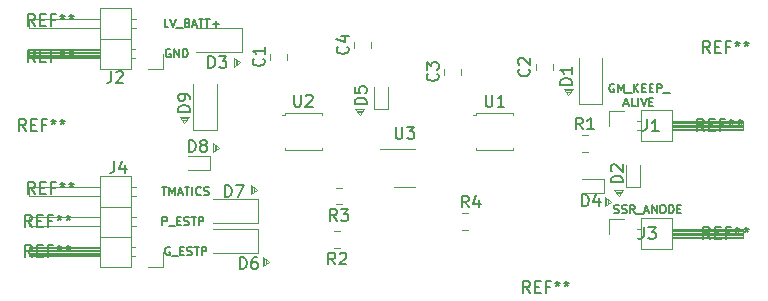
<source format=gto>
G04 #@! TF.GenerationSoftware,KiCad,Pcbnew,(6.0.0-rc1-dev-313-g8db361882)*
G04 #@! TF.CreationDate,2018-08-23T14:32:26-04:00*
G04 #@! TF.ProjectId,SingleShotICbased,53696E676C6553686F74494362617365,rev?*
G04 #@! TF.SameCoordinates,Original*
G04 #@! TF.FileFunction,Legend,Top*
G04 #@! TF.FilePolarity,Positive*
%FSLAX46Y46*%
G04 Gerber Fmt 4.6, Leading zero omitted, Abs format (unit mm)*
G04 Created by KiCad (PCBNEW (6.0.0-rc1-dev-313-g8db361882)) date 08/23/18 14:32:26*
%MOMM*%
%LPD*%
G01*
G04 APERTURE LIST*
%ADD10C,0.150000*%
%ADD11C,0.120000*%
G04 APERTURE END LIST*
D10*
X159456000Y-97311333D02*
X159556000Y-97344666D01*
X159722666Y-97344666D01*
X159789333Y-97311333D01*
X159822666Y-97278000D01*
X159856000Y-97211333D01*
X159856000Y-97144666D01*
X159822666Y-97078000D01*
X159789333Y-97044666D01*
X159722666Y-97011333D01*
X159589333Y-96978000D01*
X159522666Y-96944666D01*
X159489333Y-96911333D01*
X159456000Y-96844666D01*
X159456000Y-96778000D01*
X159489333Y-96711333D01*
X159522666Y-96678000D01*
X159589333Y-96644666D01*
X159756000Y-96644666D01*
X159856000Y-96678000D01*
X160122666Y-97311333D02*
X160222666Y-97344666D01*
X160389333Y-97344666D01*
X160456000Y-97311333D01*
X160489333Y-97278000D01*
X160522666Y-97211333D01*
X160522666Y-97144666D01*
X160489333Y-97078000D01*
X160456000Y-97044666D01*
X160389333Y-97011333D01*
X160256000Y-96978000D01*
X160189333Y-96944666D01*
X160156000Y-96911333D01*
X160122666Y-96844666D01*
X160122666Y-96778000D01*
X160156000Y-96711333D01*
X160189333Y-96678000D01*
X160256000Y-96644666D01*
X160422666Y-96644666D01*
X160522666Y-96678000D01*
X161222666Y-97344666D02*
X160989333Y-97011333D01*
X160822666Y-97344666D02*
X160822666Y-96644666D01*
X161089333Y-96644666D01*
X161156000Y-96678000D01*
X161189333Y-96711333D01*
X161222666Y-96778000D01*
X161222666Y-96878000D01*
X161189333Y-96944666D01*
X161156000Y-96978000D01*
X161089333Y-97011333D01*
X160822666Y-97011333D01*
X161356000Y-97411333D02*
X161889333Y-97411333D01*
X162022666Y-97144666D02*
X162356000Y-97144666D01*
X161956000Y-97344666D02*
X162189333Y-96644666D01*
X162422666Y-97344666D01*
X162656000Y-97344666D02*
X162656000Y-96644666D01*
X163056000Y-97344666D01*
X163056000Y-96644666D01*
X163522666Y-96644666D02*
X163656000Y-96644666D01*
X163722666Y-96678000D01*
X163789333Y-96744666D01*
X163822666Y-96878000D01*
X163822666Y-97111333D01*
X163789333Y-97244666D01*
X163722666Y-97311333D01*
X163656000Y-97344666D01*
X163522666Y-97344666D01*
X163456000Y-97311333D01*
X163389333Y-97244666D01*
X163356000Y-97111333D01*
X163356000Y-96878000D01*
X163389333Y-96744666D01*
X163456000Y-96678000D01*
X163522666Y-96644666D01*
X164122666Y-97344666D02*
X164122666Y-96644666D01*
X164289333Y-96644666D01*
X164389333Y-96678000D01*
X164456000Y-96744666D01*
X164489333Y-96811333D01*
X164522666Y-96944666D01*
X164522666Y-97044666D01*
X164489333Y-97178000D01*
X164456000Y-97244666D01*
X164389333Y-97311333D01*
X164289333Y-97344666D01*
X164122666Y-97344666D01*
X164822666Y-96978000D02*
X165056000Y-96978000D01*
X165156000Y-97344666D02*
X164822666Y-97344666D01*
X164822666Y-96644666D01*
X165156000Y-96644666D01*
X159460666Y-86426000D02*
X159394000Y-86392666D01*
X159294000Y-86392666D01*
X159194000Y-86426000D01*
X159127333Y-86492666D01*
X159094000Y-86559333D01*
X159060666Y-86692666D01*
X159060666Y-86792666D01*
X159094000Y-86926000D01*
X159127333Y-86992666D01*
X159194000Y-87059333D01*
X159294000Y-87092666D01*
X159360666Y-87092666D01*
X159460666Y-87059333D01*
X159494000Y-87026000D01*
X159494000Y-86792666D01*
X159360666Y-86792666D01*
X159794000Y-87092666D02*
X159794000Y-86392666D01*
X160027333Y-86892666D01*
X160260666Y-86392666D01*
X160260666Y-87092666D01*
X160427333Y-87159333D02*
X160960666Y-87159333D01*
X161127333Y-87092666D02*
X161127333Y-86392666D01*
X161527333Y-87092666D02*
X161227333Y-86692666D01*
X161527333Y-86392666D02*
X161127333Y-86792666D01*
X161827333Y-86726000D02*
X162060666Y-86726000D01*
X162160666Y-87092666D02*
X161827333Y-87092666D01*
X161827333Y-86392666D01*
X162160666Y-86392666D01*
X162460666Y-86726000D02*
X162694000Y-86726000D01*
X162794000Y-87092666D02*
X162460666Y-87092666D01*
X162460666Y-86392666D01*
X162794000Y-86392666D01*
X163094000Y-87092666D02*
X163094000Y-86392666D01*
X163360666Y-86392666D01*
X163427333Y-86426000D01*
X163460666Y-86459333D01*
X163494000Y-86526000D01*
X163494000Y-86626000D01*
X163460666Y-86692666D01*
X163427333Y-86726000D01*
X163360666Y-86759333D01*
X163094000Y-86759333D01*
X163627333Y-87159333D02*
X164160666Y-87159333D01*
X160310666Y-88092666D02*
X160644000Y-88092666D01*
X160244000Y-88292666D02*
X160477333Y-87592666D01*
X160710666Y-88292666D01*
X161277333Y-88292666D02*
X160944000Y-88292666D01*
X160944000Y-87592666D01*
X161510666Y-88292666D02*
X161510666Y-87592666D01*
X161744000Y-87592666D02*
X161977333Y-88292666D01*
X162210666Y-87592666D01*
X162444000Y-87926000D02*
X162677333Y-87926000D01*
X162777333Y-88292666D02*
X162444000Y-88292666D01*
X162444000Y-87592666D01*
X162777333Y-87592666D01*
X121173333Y-95120666D02*
X121573333Y-95120666D01*
X121373333Y-95820666D02*
X121373333Y-95120666D01*
X121806666Y-95820666D02*
X121806666Y-95120666D01*
X122040000Y-95620666D01*
X122273333Y-95120666D01*
X122273333Y-95820666D01*
X122573333Y-95620666D02*
X122906666Y-95620666D01*
X122506666Y-95820666D02*
X122740000Y-95120666D01*
X122973333Y-95820666D01*
X123106666Y-95120666D02*
X123506666Y-95120666D01*
X123306666Y-95820666D02*
X123306666Y-95120666D01*
X123740000Y-95820666D02*
X123740000Y-95120666D01*
X124473333Y-95754000D02*
X124440000Y-95787333D01*
X124340000Y-95820666D01*
X124273333Y-95820666D01*
X124173333Y-95787333D01*
X124106666Y-95720666D01*
X124073333Y-95654000D01*
X124040000Y-95520666D01*
X124040000Y-95420666D01*
X124073333Y-95287333D01*
X124106666Y-95220666D01*
X124173333Y-95154000D01*
X124273333Y-95120666D01*
X124340000Y-95120666D01*
X124440000Y-95154000D01*
X124473333Y-95187333D01*
X124740000Y-95787333D02*
X124840000Y-95820666D01*
X125006666Y-95820666D01*
X125073333Y-95787333D01*
X125106666Y-95754000D01*
X125140000Y-95687333D01*
X125140000Y-95620666D01*
X125106666Y-95554000D01*
X125073333Y-95520666D01*
X125006666Y-95487333D01*
X124873333Y-95454000D01*
X124806666Y-95420666D01*
X124773333Y-95387333D01*
X124740000Y-95320666D01*
X124740000Y-95254000D01*
X124773333Y-95187333D01*
X124806666Y-95154000D01*
X124873333Y-95120666D01*
X125040000Y-95120666D01*
X125140000Y-95154000D01*
X121219333Y-98360666D02*
X121219333Y-97660666D01*
X121486000Y-97660666D01*
X121552666Y-97694000D01*
X121586000Y-97727333D01*
X121619333Y-97794000D01*
X121619333Y-97894000D01*
X121586000Y-97960666D01*
X121552666Y-97994000D01*
X121486000Y-98027333D01*
X121219333Y-98027333D01*
X121752666Y-98427333D02*
X122286000Y-98427333D01*
X122452666Y-97994000D02*
X122686000Y-97994000D01*
X122786000Y-98360666D02*
X122452666Y-98360666D01*
X122452666Y-97660666D01*
X122786000Y-97660666D01*
X123052666Y-98327333D02*
X123152666Y-98360666D01*
X123319333Y-98360666D01*
X123386000Y-98327333D01*
X123419333Y-98294000D01*
X123452666Y-98227333D01*
X123452666Y-98160666D01*
X123419333Y-98094000D01*
X123386000Y-98060666D01*
X123319333Y-98027333D01*
X123186000Y-97994000D01*
X123119333Y-97960666D01*
X123086000Y-97927333D01*
X123052666Y-97860666D01*
X123052666Y-97794000D01*
X123086000Y-97727333D01*
X123119333Y-97694000D01*
X123186000Y-97660666D01*
X123352666Y-97660666D01*
X123452666Y-97694000D01*
X123652666Y-97660666D02*
X124052666Y-97660666D01*
X123852666Y-98360666D02*
X123852666Y-97660666D01*
X124286000Y-98360666D02*
X124286000Y-97660666D01*
X124552666Y-97660666D01*
X124619333Y-97694000D01*
X124652666Y-97727333D01*
X124686000Y-97794000D01*
X124686000Y-97894000D01*
X124652666Y-97960666D01*
X124619333Y-97994000D01*
X124552666Y-98027333D01*
X124286000Y-98027333D01*
X121840000Y-100234000D02*
X121773333Y-100200666D01*
X121673333Y-100200666D01*
X121573333Y-100234000D01*
X121506666Y-100300666D01*
X121473333Y-100367333D01*
X121440000Y-100500666D01*
X121440000Y-100600666D01*
X121473333Y-100734000D01*
X121506666Y-100800666D01*
X121573333Y-100867333D01*
X121673333Y-100900666D01*
X121740000Y-100900666D01*
X121840000Y-100867333D01*
X121873333Y-100834000D01*
X121873333Y-100600666D01*
X121740000Y-100600666D01*
X122006666Y-100967333D02*
X122540000Y-100967333D01*
X122706666Y-100534000D02*
X122940000Y-100534000D01*
X123040000Y-100900666D02*
X122706666Y-100900666D01*
X122706666Y-100200666D01*
X123040000Y-100200666D01*
X123306666Y-100867333D02*
X123406666Y-100900666D01*
X123573333Y-100900666D01*
X123640000Y-100867333D01*
X123673333Y-100834000D01*
X123706666Y-100767333D01*
X123706666Y-100700666D01*
X123673333Y-100634000D01*
X123640000Y-100600666D01*
X123573333Y-100567333D01*
X123440000Y-100534000D01*
X123373333Y-100500666D01*
X123340000Y-100467333D01*
X123306666Y-100400666D01*
X123306666Y-100334000D01*
X123340000Y-100267333D01*
X123373333Y-100234000D01*
X123440000Y-100200666D01*
X123606666Y-100200666D01*
X123706666Y-100234000D01*
X123906666Y-100200666D02*
X124306666Y-100200666D01*
X124106666Y-100900666D02*
X124106666Y-100200666D01*
X124540000Y-100900666D02*
X124540000Y-100200666D01*
X124806666Y-100200666D01*
X124873333Y-100234000D01*
X124906666Y-100267333D01*
X124940000Y-100334000D01*
X124940000Y-100434000D01*
X124906666Y-100500666D01*
X124873333Y-100534000D01*
X124806666Y-100567333D01*
X124540000Y-100567333D01*
X121894666Y-83470000D02*
X121828000Y-83436666D01*
X121728000Y-83436666D01*
X121628000Y-83470000D01*
X121561333Y-83536666D01*
X121528000Y-83603333D01*
X121494666Y-83736666D01*
X121494666Y-83836666D01*
X121528000Y-83970000D01*
X121561333Y-84036666D01*
X121628000Y-84103333D01*
X121728000Y-84136666D01*
X121794666Y-84136666D01*
X121894666Y-84103333D01*
X121928000Y-84070000D01*
X121928000Y-83836666D01*
X121794666Y-83836666D01*
X122228000Y-84136666D02*
X122228000Y-83436666D01*
X122628000Y-84136666D01*
X122628000Y-83436666D01*
X122961333Y-84136666D02*
X122961333Y-83436666D01*
X123128000Y-83436666D01*
X123228000Y-83470000D01*
X123294666Y-83536666D01*
X123328000Y-83603333D01*
X123361333Y-83736666D01*
X123361333Y-83836666D01*
X123328000Y-83970000D01*
X123294666Y-84036666D01*
X123228000Y-84103333D01*
X123128000Y-84136666D01*
X122961333Y-84136666D01*
X121731333Y-81596666D02*
X121398000Y-81596666D01*
X121398000Y-80896666D01*
X121864666Y-80896666D02*
X122098000Y-81596666D01*
X122331333Y-80896666D01*
X122398000Y-81663333D02*
X122931333Y-81663333D01*
X123331333Y-81230000D02*
X123431333Y-81263333D01*
X123464666Y-81296666D01*
X123498000Y-81363333D01*
X123498000Y-81463333D01*
X123464666Y-81530000D01*
X123431333Y-81563333D01*
X123364666Y-81596666D01*
X123098000Y-81596666D01*
X123098000Y-80896666D01*
X123331333Y-80896666D01*
X123398000Y-80930000D01*
X123431333Y-80963333D01*
X123464666Y-81030000D01*
X123464666Y-81096666D01*
X123431333Y-81163333D01*
X123398000Y-81196666D01*
X123331333Y-81230000D01*
X123098000Y-81230000D01*
X123764666Y-81396666D02*
X124098000Y-81396666D01*
X123698000Y-81596666D02*
X123931333Y-80896666D01*
X124164666Y-81596666D01*
X124298000Y-80896666D02*
X124698000Y-80896666D01*
X124498000Y-81596666D02*
X124498000Y-80896666D01*
X124831333Y-80896666D02*
X125231333Y-80896666D01*
X125031333Y-81596666D02*
X125031333Y-80896666D01*
X125464666Y-81330000D02*
X125998000Y-81330000D01*
X125731333Y-81596666D02*
X125731333Y-81063333D01*
D11*
X159847555Y-95909875D02*
X160228555Y-95401875D01*
X160101555Y-95528875D02*
X159593555Y-95528875D01*
X159974555Y-95655875D02*
X159720555Y-95655875D01*
X159466555Y-95401875D02*
X159847555Y-95909875D01*
X160228555Y-95401875D02*
X159466555Y-95401875D01*
X155718311Y-87050775D02*
X155464311Y-87050775D01*
X155210311Y-86796775D02*
X155591311Y-87304775D01*
X155845311Y-86923775D02*
X155337311Y-86923775D01*
X155591311Y-87304775D02*
X155972311Y-86796775D01*
X155972311Y-86796775D02*
X155210311Y-86796775D01*
X158663325Y-95963067D02*
X158663325Y-96725067D01*
X158663325Y-96725067D02*
X159171325Y-96344067D01*
X159171325Y-96344067D02*
X158663325Y-95963067D01*
X158917325Y-96217067D02*
X158917325Y-96471067D01*
X158790325Y-96090067D02*
X158790325Y-96598067D01*
X127309775Y-84184689D02*
X127309775Y-84946689D01*
X127436775Y-84311689D02*
X127436775Y-84819689D01*
X127817775Y-84565689D02*
X127309775Y-84184689D01*
X127309775Y-84946689D02*
X127817775Y-84565689D01*
X127563775Y-84438689D02*
X127563775Y-84692689D01*
X138034260Y-88793968D02*
X137780260Y-88793968D01*
X138161260Y-88666968D02*
X137653260Y-88666968D01*
X137907260Y-89047968D02*
X138288260Y-88539968D01*
X138288260Y-88539968D02*
X137526260Y-88539968D01*
X137526260Y-88539968D02*
X137907260Y-89047968D01*
X129722775Y-101075689D02*
X129722775Y-101837689D01*
X129849775Y-101202689D02*
X129849775Y-101710689D01*
X130230775Y-101456689D02*
X129722775Y-101075689D01*
X129722775Y-101837689D02*
X130230775Y-101456689D01*
X129976775Y-101329689D02*
X129976775Y-101583689D01*
X128960775Y-95233689D02*
X128960775Y-95487689D01*
X128833775Y-95106689D02*
X128833775Y-95614689D01*
X129214775Y-95360689D02*
X128706775Y-94979689D01*
X128706775Y-94979689D02*
X128706775Y-95741689D01*
X128706775Y-95741689D02*
X129214775Y-95360689D01*
X123190000Y-89408000D02*
X122936000Y-89408000D01*
X123317000Y-89281000D02*
X122809000Y-89281000D01*
X123063000Y-89662000D02*
X123444000Y-89154000D01*
X123444000Y-89154000D02*
X122682000Y-89154000D01*
X122682000Y-89154000D02*
X123063000Y-89662000D01*
X125785775Y-91677689D02*
X125785775Y-91931689D01*
X125658775Y-91550689D02*
X125658775Y-92058689D01*
X125531775Y-92185689D02*
X126039775Y-91804689D01*
X125531775Y-91423689D02*
X125531775Y-92185689D01*
X126039775Y-91804689D02*
X125531775Y-91423689D01*
G04 #@! TO.C,C1*
X131774000Y-84335252D02*
X131774000Y-83812748D01*
X130354000Y-84335252D02*
X130354000Y-83812748D01*
G04 #@! TO.C,C2*
X152833000Y-85224252D02*
X152833000Y-84701748D01*
X154253000Y-85224252D02*
X154253000Y-84701748D01*
G04 #@! TO.C,C3*
X146506000Y-85605252D02*
X146506000Y-85082748D01*
X145086000Y-85605252D02*
X145086000Y-85082748D01*
G04 #@! TO.C,C4*
X137466000Y-83319252D02*
X137466000Y-82796748D01*
X138886000Y-83319252D02*
X138886000Y-82796748D01*
G04 #@! TO.C,D1*
X156480000Y-88102000D02*
X158480000Y-88102000D01*
X158480000Y-88102000D02*
X158480000Y-84202000D01*
X156480000Y-88102000D02*
X156480000Y-84202000D01*
G04 #@! TO.C,D2*
X160436000Y-95130000D02*
X161636000Y-95130000D01*
X160436000Y-93280000D02*
X160436000Y-95130000D01*
X161636000Y-93280000D02*
X161636000Y-95130000D01*
G04 #@! TO.C,D3*
X127930000Y-83677000D02*
X127930000Y-81677000D01*
X127930000Y-81677000D02*
X124080000Y-81677000D01*
X127930000Y-83677000D02*
X124080000Y-83677000D01*
G04 #@! TO.C,D4*
X158630000Y-95596000D02*
X158630000Y-94396000D01*
X156780000Y-95596000D02*
X158630000Y-95596000D01*
X156780000Y-94396000D02*
X158630000Y-94396000D01*
G04 #@! TO.C,D5*
X140300000Y-86676000D02*
X140300000Y-88526000D01*
X139100000Y-86676000D02*
X139100000Y-88526000D01*
X139100000Y-88526000D02*
X140300000Y-88526000D01*
G04 #@! TO.C,D6*
X129327000Y-100695000D02*
X129327000Y-98695000D01*
X129327000Y-98695000D02*
X125477000Y-98695000D01*
X129327000Y-100695000D02*
X125477000Y-100695000D01*
G04 #@! TO.C,D7*
X129327000Y-98155000D02*
X125477000Y-98155000D01*
X129327000Y-96155000D02*
X125477000Y-96155000D01*
X129327000Y-98155000D02*
X129327000Y-96155000D01*
G04 #@! TO.C,D8*
X123379000Y-92491000D02*
X125229000Y-92491000D01*
X123379000Y-93691000D02*
X125229000Y-93691000D01*
X125229000Y-93691000D02*
X125229000Y-92491000D01*
G04 #@! TO.C,D9*
X123841000Y-90261000D02*
X123841000Y-86361000D01*
X125841000Y-90261000D02*
X125841000Y-86361000D01*
X123841000Y-90261000D02*
X125841000Y-90261000D01*
G04 #@! TO.C,J1*
X159004000Y-88646000D02*
X160274000Y-88646000D01*
X159004000Y-89916000D02*
X159004000Y-88646000D01*
X161384000Y-90296000D02*
X161714000Y-90296000D01*
X161384000Y-89536000D02*
X161714000Y-89536000D01*
X164374000Y-90196000D02*
X170374000Y-90196000D01*
X164374000Y-90076000D02*
X170374000Y-90076000D01*
X164374000Y-89956000D02*
X170374000Y-89956000D01*
X164374000Y-89836000D02*
X170374000Y-89836000D01*
X164374000Y-89716000D02*
X170374000Y-89716000D01*
X164374000Y-89596000D02*
X170374000Y-89596000D01*
X170374000Y-90296000D02*
X164374000Y-90296000D01*
X170374000Y-89536000D02*
X170374000Y-90296000D01*
X164374000Y-89536000D02*
X170374000Y-89536000D01*
X164374000Y-88586000D02*
X161714000Y-88586000D01*
X164374000Y-91246000D02*
X164374000Y-88586000D01*
X161714000Y-91246000D02*
X164374000Y-91246000D01*
X161714000Y-88586000D02*
X161714000Y-91246000D01*
G04 #@! TO.C,J2*
X118575000Y-85150000D02*
X118575000Y-79950000D01*
X118575000Y-79950000D02*
X115915000Y-79950000D01*
X115915000Y-79950000D02*
X115915000Y-85150000D01*
X115915000Y-85150000D02*
X118575000Y-85150000D01*
X115915000Y-84200000D02*
X109915000Y-84200000D01*
X109915000Y-84200000D02*
X109915000Y-83440000D01*
X109915000Y-83440000D02*
X115915000Y-83440000D01*
X115915000Y-84140000D02*
X109915000Y-84140000D01*
X115915000Y-84020000D02*
X109915000Y-84020000D01*
X115915000Y-83900000D02*
X109915000Y-83900000D01*
X115915000Y-83780000D02*
X109915000Y-83780000D01*
X115915000Y-83660000D02*
X109915000Y-83660000D01*
X115915000Y-83540000D02*
X109915000Y-83540000D01*
X118905000Y-84200000D02*
X118575000Y-84200000D01*
X118905000Y-83440000D02*
X118575000Y-83440000D01*
X118575000Y-82550000D02*
X115915000Y-82550000D01*
X115915000Y-81660000D02*
X109915000Y-81660000D01*
X109915000Y-81660000D02*
X109915000Y-80900000D01*
X109915000Y-80900000D02*
X115915000Y-80900000D01*
X118972071Y-81660000D02*
X118575000Y-81660000D01*
X118972071Y-80900000D02*
X118575000Y-80900000D01*
X121285000Y-83820000D02*
X121285000Y-85090000D01*
X121285000Y-85090000D02*
X120015000Y-85090000D01*
G04 #@! TO.C,J3*
X161714000Y-97730000D02*
X161714000Y-100390000D01*
X161714000Y-100390000D02*
X164374000Y-100390000D01*
X164374000Y-100390000D02*
X164374000Y-97730000D01*
X164374000Y-97730000D02*
X161714000Y-97730000D01*
X164374000Y-98680000D02*
X170374000Y-98680000D01*
X170374000Y-98680000D02*
X170374000Y-99440000D01*
X170374000Y-99440000D02*
X164374000Y-99440000D01*
X164374000Y-98740000D02*
X170374000Y-98740000D01*
X164374000Y-98860000D02*
X170374000Y-98860000D01*
X164374000Y-98980000D02*
X170374000Y-98980000D01*
X164374000Y-99100000D02*
X170374000Y-99100000D01*
X164374000Y-99220000D02*
X170374000Y-99220000D01*
X164374000Y-99340000D02*
X170374000Y-99340000D01*
X161384000Y-98680000D02*
X161714000Y-98680000D01*
X161384000Y-99440000D02*
X161714000Y-99440000D01*
X159004000Y-99060000D02*
X159004000Y-97790000D01*
X159004000Y-97790000D02*
X160274000Y-97790000D01*
G04 #@! TO.C,J4*
X118575000Y-101914000D02*
X118575000Y-94174000D01*
X118575000Y-94174000D02*
X115915000Y-94174000D01*
X115915000Y-94174000D02*
X115915000Y-101914000D01*
X115915000Y-101914000D02*
X118575000Y-101914000D01*
X115915000Y-100964000D02*
X109915000Y-100964000D01*
X109915000Y-100964000D02*
X109915000Y-100204000D01*
X109915000Y-100204000D02*
X115915000Y-100204000D01*
X115915000Y-100904000D02*
X109915000Y-100904000D01*
X115915000Y-100784000D02*
X109915000Y-100784000D01*
X115915000Y-100664000D02*
X109915000Y-100664000D01*
X115915000Y-100544000D02*
X109915000Y-100544000D01*
X115915000Y-100424000D02*
X109915000Y-100424000D01*
X115915000Y-100304000D02*
X109915000Y-100304000D01*
X118905000Y-100964000D02*
X118575000Y-100964000D01*
X118905000Y-100204000D02*
X118575000Y-100204000D01*
X118575000Y-99314000D02*
X115915000Y-99314000D01*
X115915000Y-98424000D02*
X109915000Y-98424000D01*
X109915000Y-98424000D02*
X109915000Y-97664000D01*
X109915000Y-97664000D02*
X115915000Y-97664000D01*
X118972071Y-98424000D02*
X118575000Y-98424000D01*
X118972071Y-97664000D02*
X118575000Y-97664000D01*
X118575000Y-96774000D02*
X115915000Y-96774000D01*
X115915000Y-95884000D02*
X109915000Y-95884000D01*
X109915000Y-95884000D02*
X109915000Y-95124000D01*
X109915000Y-95124000D02*
X115915000Y-95124000D01*
X118972071Y-95884000D02*
X118575000Y-95884000D01*
X118972071Y-95124000D02*
X118575000Y-95124000D01*
X121285000Y-100584000D02*
X121285000Y-101854000D01*
X121285000Y-101854000D02*
X120015000Y-101854000D01*
G04 #@! TO.C,R1*
X156710748Y-90730000D02*
X157233252Y-90730000D01*
X156710748Y-92150000D02*
X157233252Y-92150000D01*
G04 #@! TO.C,R2*
X136278252Y-98858000D02*
X135755748Y-98858000D01*
X136278252Y-100278000D02*
X135755748Y-100278000D01*
G04 #@! TO.C,R3*
X136414252Y-96595000D02*
X135891748Y-96595000D01*
X136414252Y-95175000D02*
X135891748Y-95175000D01*
G04 #@! TO.C,R4*
X146559748Y-98754000D02*
X147082252Y-98754000D01*
X146559748Y-97334000D02*
X147082252Y-97334000D01*
G04 #@! TO.C,U1*
X147792000Y-89014000D02*
X147532000Y-89014000D01*
X150912000Y-91984000D02*
X150912000Y-91834000D01*
X147792000Y-91984000D02*
X150912000Y-91984000D01*
X147792000Y-88864000D02*
X150912000Y-88864000D01*
X147792000Y-91984000D02*
X147792000Y-91834000D01*
X147792000Y-88864000D02*
X147792000Y-89014000D01*
X150912000Y-88864000D02*
X150912000Y-89014000D01*
G04 #@! TO.C,U2*
X134689000Y-88839000D02*
X134689000Y-88989000D01*
X131569000Y-88839000D02*
X131569000Y-88989000D01*
X131569000Y-91959000D02*
X131569000Y-91809000D01*
X131569000Y-88839000D02*
X134689000Y-88839000D01*
X131569000Y-91959000D02*
X134689000Y-91959000D01*
X134689000Y-91959000D02*
X134689000Y-91809000D01*
X131569000Y-88989000D02*
X131309000Y-88989000D01*
G04 #@! TO.C,U3*
X140832000Y-95082000D02*
X142632000Y-95082000D01*
X142632000Y-91862000D02*
X139682000Y-91862000D01*
G04 #@! TO.C,REF\002A\002A*
D10*
X110426666Y-81478380D02*
X110093333Y-81002190D01*
X109855238Y-81478380D02*
X109855238Y-80478380D01*
X110236190Y-80478380D01*
X110331428Y-80526000D01*
X110379047Y-80573619D01*
X110426666Y-80668857D01*
X110426666Y-80811714D01*
X110379047Y-80906952D01*
X110331428Y-80954571D01*
X110236190Y-81002190D01*
X109855238Y-81002190D01*
X110855238Y-80954571D02*
X111188571Y-80954571D01*
X111331428Y-81478380D02*
X110855238Y-81478380D01*
X110855238Y-80478380D01*
X111331428Y-80478380D01*
X112093333Y-80954571D02*
X111760000Y-80954571D01*
X111760000Y-81478380D02*
X111760000Y-80478380D01*
X112236190Y-80478380D01*
X112760000Y-80478380D02*
X112760000Y-80716476D01*
X112521904Y-80621238D02*
X112760000Y-80716476D01*
X112998095Y-80621238D01*
X112617142Y-80906952D02*
X112760000Y-80716476D01*
X112902857Y-80906952D01*
X113521904Y-80478380D02*
X113521904Y-80716476D01*
X113283809Y-80621238D02*
X113521904Y-80716476D01*
X113760000Y-80621238D01*
X113379047Y-80906952D02*
X113521904Y-80716476D01*
X113664761Y-80906952D01*
X110426666Y-84526380D02*
X110093333Y-84050190D01*
X109855238Y-84526380D02*
X109855238Y-83526380D01*
X110236190Y-83526380D01*
X110331428Y-83574000D01*
X110379047Y-83621619D01*
X110426666Y-83716857D01*
X110426666Y-83859714D01*
X110379047Y-83954952D01*
X110331428Y-84002571D01*
X110236190Y-84050190D01*
X109855238Y-84050190D01*
X110855238Y-84002571D02*
X111188571Y-84002571D01*
X111331428Y-84526380D02*
X110855238Y-84526380D01*
X110855238Y-83526380D01*
X111331428Y-83526380D01*
X112093333Y-84002571D02*
X111760000Y-84002571D01*
X111760000Y-84526380D02*
X111760000Y-83526380D01*
X112236190Y-83526380D01*
X112760000Y-83526380D02*
X112760000Y-83764476D01*
X112521904Y-83669238D02*
X112760000Y-83764476D01*
X112998095Y-83669238D01*
X112617142Y-83954952D02*
X112760000Y-83764476D01*
X112902857Y-83954952D01*
X113521904Y-83526380D02*
X113521904Y-83764476D01*
X113283809Y-83669238D02*
X113521904Y-83764476D01*
X113760000Y-83669238D01*
X113379047Y-83954952D02*
X113521904Y-83764476D01*
X113664761Y-83954952D01*
X110426666Y-95702380D02*
X110093333Y-95226190D01*
X109855238Y-95702380D02*
X109855238Y-94702380D01*
X110236190Y-94702380D01*
X110331428Y-94750000D01*
X110379047Y-94797619D01*
X110426666Y-94892857D01*
X110426666Y-95035714D01*
X110379047Y-95130952D01*
X110331428Y-95178571D01*
X110236190Y-95226190D01*
X109855238Y-95226190D01*
X110855238Y-95178571D02*
X111188571Y-95178571D01*
X111331428Y-95702380D02*
X110855238Y-95702380D01*
X110855238Y-94702380D01*
X111331428Y-94702380D01*
X112093333Y-95178571D02*
X111760000Y-95178571D01*
X111760000Y-95702380D02*
X111760000Y-94702380D01*
X112236190Y-94702380D01*
X112760000Y-94702380D02*
X112760000Y-94940476D01*
X112521904Y-94845238D02*
X112760000Y-94940476D01*
X112998095Y-94845238D01*
X112617142Y-95130952D02*
X112760000Y-94940476D01*
X112902857Y-95130952D01*
X113521904Y-94702380D02*
X113521904Y-94940476D01*
X113283809Y-94845238D02*
X113521904Y-94940476D01*
X113760000Y-94845238D01*
X113379047Y-95130952D02*
X113521904Y-94940476D01*
X113664761Y-95130952D01*
X110172666Y-98496380D02*
X109839333Y-98020190D01*
X109601238Y-98496380D02*
X109601238Y-97496380D01*
X109982190Y-97496380D01*
X110077428Y-97544000D01*
X110125047Y-97591619D01*
X110172666Y-97686857D01*
X110172666Y-97829714D01*
X110125047Y-97924952D01*
X110077428Y-97972571D01*
X109982190Y-98020190D01*
X109601238Y-98020190D01*
X110601238Y-97972571D02*
X110934571Y-97972571D01*
X111077428Y-98496380D02*
X110601238Y-98496380D01*
X110601238Y-97496380D01*
X111077428Y-97496380D01*
X111839333Y-97972571D02*
X111506000Y-97972571D01*
X111506000Y-98496380D02*
X111506000Y-97496380D01*
X111982190Y-97496380D01*
X112506000Y-97496380D02*
X112506000Y-97734476D01*
X112267904Y-97639238D02*
X112506000Y-97734476D01*
X112744095Y-97639238D01*
X112363142Y-97924952D02*
X112506000Y-97734476D01*
X112648857Y-97924952D01*
X113267904Y-97496380D02*
X113267904Y-97734476D01*
X113029809Y-97639238D02*
X113267904Y-97734476D01*
X113506000Y-97639238D01*
X113125047Y-97924952D02*
X113267904Y-97734476D01*
X113410761Y-97924952D01*
X110172666Y-101036380D02*
X109839333Y-100560190D01*
X109601238Y-101036380D02*
X109601238Y-100036380D01*
X109982190Y-100036380D01*
X110077428Y-100084000D01*
X110125047Y-100131619D01*
X110172666Y-100226857D01*
X110172666Y-100369714D01*
X110125047Y-100464952D01*
X110077428Y-100512571D01*
X109982190Y-100560190D01*
X109601238Y-100560190D01*
X110601238Y-100512571D02*
X110934571Y-100512571D01*
X111077428Y-101036380D02*
X110601238Y-101036380D01*
X110601238Y-100036380D01*
X111077428Y-100036380D01*
X111839333Y-100512571D02*
X111506000Y-100512571D01*
X111506000Y-101036380D02*
X111506000Y-100036380D01*
X111982190Y-100036380D01*
X112506000Y-100036380D02*
X112506000Y-100274476D01*
X112267904Y-100179238D02*
X112506000Y-100274476D01*
X112744095Y-100179238D01*
X112363142Y-100464952D02*
X112506000Y-100274476D01*
X112648857Y-100464952D01*
X113267904Y-100036380D02*
X113267904Y-100274476D01*
X113029809Y-100179238D02*
X113267904Y-100274476D01*
X113506000Y-100179238D01*
X113125047Y-100464952D02*
X113267904Y-100274476D01*
X113410761Y-100464952D01*
X167576666Y-99512380D02*
X167243333Y-99036190D01*
X167005238Y-99512380D02*
X167005238Y-98512380D01*
X167386190Y-98512380D01*
X167481428Y-98560000D01*
X167529047Y-98607619D01*
X167576666Y-98702857D01*
X167576666Y-98845714D01*
X167529047Y-98940952D01*
X167481428Y-98988571D01*
X167386190Y-99036190D01*
X167005238Y-99036190D01*
X168005238Y-98988571D02*
X168338571Y-98988571D01*
X168481428Y-99512380D02*
X168005238Y-99512380D01*
X168005238Y-98512380D01*
X168481428Y-98512380D01*
X169243333Y-98988571D02*
X168910000Y-98988571D01*
X168910000Y-99512380D02*
X168910000Y-98512380D01*
X169386190Y-98512380D01*
X169910000Y-98512380D02*
X169910000Y-98750476D01*
X169671904Y-98655238D02*
X169910000Y-98750476D01*
X170148095Y-98655238D01*
X169767142Y-98940952D02*
X169910000Y-98750476D01*
X170052857Y-98940952D01*
X170671904Y-98512380D02*
X170671904Y-98750476D01*
X170433809Y-98655238D02*
X170671904Y-98750476D01*
X170910000Y-98655238D01*
X170529047Y-98940952D02*
X170671904Y-98750476D01*
X170814761Y-98940952D01*
X152336666Y-104084380D02*
X152003333Y-103608190D01*
X151765238Y-104084380D02*
X151765238Y-103084380D01*
X152146190Y-103084380D01*
X152241428Y-103132000D01*
X152289047Y-103179619D01*
X152336666Y-103274857D01*
X152336666Y-103417714D01*
X152289047Y-103512952D01*
X152241428Y-103560571D01*
X152146190Y-103608190D01*
X151765238Y-103608190D01*
X152765238Y-103560571D02*
X153098571Y-103560571D01*
X153241428Y-104084380D02*
X152765238Y-104084380D01*
X152765238Y-103084380D01*
X153241428Y-103084380D01*
X154003333Y-103560571D02*
X153670000Y-103560571D01*
X153670000Y-104084380D02*
X153670000Y-103084380D01*
X154146190Y-103084380D01*
X154670000Y-103084380D02*
X154670000Y-103322476D01*
X154431904Y-103227238D02*
X154670000Y-103322476D01*
X154908095Y-103227238D01*
X154527142Y-103512952D02*
X154670000Y-103322476D01*
X154812857Y-103512952D01*
X155431904Y-103084380D02*
X155431904Y-103322476D01*
X155193809Y-103227238D02*
X155431904Y-103322476D01*
X155670000Y-103227238D01*
X155289047Y-103512952D02*
X155431904Y-103322476D01*
X155574761Y-103512952D01*
X167576666Y-83764380D02*
X167243333Y-83288190D01*
X167005238Y-83764380D02*
X167005238Y-82764380D01*
X167386190Y-82764380D01*
X167481428Y-82812000D01*
X167529047Y-82859619D01*
X167576666Y-82954857D01*
X167576666Y-83097714D01*
X167529047Y-83192952D01*
X167481428Y-83240571D01*
X167386190Y-83288190D01*
X167005238Y-83288190D01*
X168005238Y-83240571D02*
X168338571Y-83240571D01*
X168481428Y-83764380D02*
X168005238Y-83764380D01*
X168005238Y-82764380D01*
X168481428Y-82764380D01*
X169243333Y-83240571D02*
X168910000Y-83240571D01*
X168910000Y-83764380D02*
X168910000Y-82764380D01*
X169386190Y-82764380D01*
X169910000Y-82764380D02*
X169910000Y-83002476D01*
X169671904Y-82907238D02*
X169910000Y-83002476D01*
X170148095Y-82907238D01*
X169767142Y-83192952D02*
X169910000Y-83002476D01*
X170052857Y-83192952D01*
X170671904Y-82764380D02*
X170671904Y-83002476D01*
X170433809Y-82907238D02*
X170671904Y-83002476D01*
X170910000Y-82907238D01*
X170529047Y-83192952D02*
X170671904Y-83002476D01*
X170814761Y-83192952D01*
G04 #@! TO.C,C1*
X129771142Y-84240666D02*
X129818761Y-84288285D01*
X129866380Y-84431142D01*
X129866380Y-84526380D01*
X129818761Y-84669238D01*
X129723523Y-84764476D01*
X129628285Y-84812095D01*
X129437809Y-84859714D01*
X129294952Y-84859714D01*
X129104476Y-84812095D01*
X129009238Y-84764476D01*
X128914000Y-84669238D01*
X128866380Y-84526380D01*
X128866380Y-84431142D01*
X128914000Y-84288285D01*
X128961619Y-84240666D01*
X129866380Y-83288285D02*
X129866380Y-83859714D01*
X129866380Y-83574000D02*
X128866380Y-83574000D01*
X129009238Y-83669238D01*
X129104476Y-83764476D01*
X129152095Y-83859714D01*
G04 #@! TO.C,C2*
X152250142Y-85129666D02*
X152297761Y-85177285D01*
X152345380Y-85320142D01*
X152345380Y-85415380D01*
X152297761Y-85558238D01*
X152202523Y-85653476D01*
X152107285Y-85701095D01*
X151916809Y-85748714D01*
X151773952Y-85748714D01*
X151583476Y-85701095D01*
X151488238Y-85653476D01*
X151393000Y-85558238D01*
X151345380Y-85415380D01*
X151345380Y-85320142D01*
X151393000Y-85177285D01*
X151440619Y-85129666D01*
X151440619Y-84748714D02*
X151393000Y-84701095D01*
X151345380Y-84605857D01*
X151345380Y-84367761D01*
X151393000Y-84272523D01*
X151440619Y-84224904D01*
X151535857Y-84177285D01*
X151631095Y-84177285D01*
X151773952Y-84224904D01*
X152345380Y-84796333D01*
X152345380Y-84177285D01*
G04 #@! TO.C,C3*
X144503142Y-85510666D02*
X144550761Y-85558285D01*
X144598380Y-85701142D01*
X144598380Y-85796380D01*
X144550761Y-85939238D01*
X144455523Y-86034476D01*
X144360285Y-86082095D01*
X144169809Y-86129714D01*
X144026952Y-86129714D01*
X143836476Y-86082095D01*
X143741238Y-86034476D01*
X143646000Y-85939238D01*
X143598380Y-85796380D01*
X143598380Y-85701142D01*
X143646000Y-85558285D01*
X143693619Y-85510666D01*
X143598380Y-85177333D02*
X143598380Y-84558285D01*
X143979333Y-84891619D01*
X143979333Y-84748761D01*
X144026952Y-84653523D01*
X144074571Y-84605904D01*
X144169809Y-84558285D01*
X144407904Y-84558285D01*
X144503142Y-84605904D01*
X144550761Y-84653523D01*
X144598380Y-84748761D01*
X144598380Y-85034476D01*
X144550761Y-85129714D01*
X144503142Y-85177333D01*
G04 #@! TO.C,C4*
X136883142Y-83224666D02*
X136930761Y-83272285D01*
X136978380Y-83415142D01*
X136978380Y-83510380D01*
X136930761Y-83653238D01*
X136835523Y-83748476D01*
X136740285Y-83796095D01*
X136549809Y-83843714D01*
X136406952Y-83843714D01*
X136216476Y-83796095D01*
X136121238Y-83748476D01*
X136026000Y-83653238D01*
X135978380Y-83510380D01*
X135978380Y-83415142D01*
X136026000Y-83272285D01*
X136073619Y-83224666D01*
X136311714Y-82367523D02*
X136978380Y-82367523D01*
X135930761Y-82605619D02*
X136645047Y-82843714D01*
X136645047Y-82224666D01*
G04 #@! TO.C,D1*
X155900380Y-86463095D02*
X154900380Y-86463095D01*
X154900380Y-86225000D01*
X154948000Y-86082142D01*
X155043238Y-85986904D01*
X155138476Y-85939285D01*
X155328952Y-85891666D01*
X155471809Y-85891666D01*
X155662285Y-85939285D01*
X155757523Y-85986904D01*
X155852761Y-86082142D01*
X155900380Y-86225000D01*
X155900380Y-86463095D01*
X155900380Y-84939285D02*
X155900380Y-85510714D01*
X155900380Y-85225000D02*
X154900380Y-85225000D01*
X155043238Y-85320238D01*
X155138476Y-85415476D01*
X155186095Y-85510714D01*
G04 #@! TO.C,D2*
X160188380Y-94718095D02*
X159188380Y-94718095D01*
X159188380Y-94480000D01*
X159236000Y-94337142D01*
X159331238Y-94241904D01*
X159426476Y-94194285D01*
X159616952Y-94146666D01*
X159759809Y-94146666D01*
X159950285Y-94194285D01*
X160045523Y-94241904D01*
X160140761Y-94337142D01*
X160188380Y-94480000D01*
X160188380Y-94718095D01*
X159283619Y-93765714D02*
X159236000Y-93718095D01*
X159188380Y-93622857D01*
X159188380Y-93384761D01*
X159236000Y-93289523D01*
X159283619Y-93241904D01*
X159378857Y-93194285D01*
X159474095Y-93194285D01*
X159616952Y-93241904D01*
X160188380Y-93813333D01*
X160188380Y-93194285D01*
G04 #@! TO.C,D3*
X125118904Y-85034380D02*
X125118904Y-84034380D01*
X125357000Y-84034380D01*
X125499857Y-84082000D01*
X125595095Y-84177238D01*
X125642714Y-84272476D01*
X125690333Y-84462952D01*
X125690333Y-84605809D01*
X125642714Y-84796285D01*
X125595095Y-84891523D01*
X125499857Y-84986761D01*
X125357000Y-85034380D01*
X125118904Y-85034380D01*
X126023666Y-84034380D02*
X126642714Y-84034380D01*
X126309380Y-84415333D01*
X126452238Y-84415333D01*
X126547476Y-84462952D01*
X126595095Y-84510571D01*
X126642714Y-84605809D01*
X126642714Y-84843904D01*
X126595095Y-84939142D01*
X126547476Y-84986761D01*
X126452238Y-85034380D01*
X126166523Y-85034380D01*
X126071285Y-84986761D01*
X126023666Y-84939142D01*
G04 #@! TO.C,D4*
X156741904Y-96748380D02*
X156741904Y-95748380D01*
X156980000Y-95748380D01*
X157122857Y-95796000D01*
X157218095Y-95891238D01*
X157265714Y-95986476D01*
X157313333Y-96176952D01*
X157313333Y-96319809D01*
X157265714Y-96510285D01*
X157218095Y-96605523D01*
X157122857Y-96700761D01*
X156980000Y-96748380D01*
X156741904Y-96748380D01*
X158170476Y-96081714D02*
X158170476Y-96748380D01*
X157932380Y-95700761D02*
X157694285Y-96415047D01*
X158313333Y-96415047D01*
G04 #@! TO.C,D5*
X138501380Y-88114095D02*
X137501380Y-88114095D01*
X137501380Y-87876000D01*
X137549000Y-87733142D01*
X137644238Y-87637904D01*
X137739476Y-87590285D01*
X137929952Y-87542666D01*
X138072809Y-87542666D01*
X138263285Y-87590285D01*
X138358523Y-87637904D01*
X138453761Y-87733142D01*
X138501380Y-87876000D01*
X138501380Y-88114095D01*
X137501380Y-86637904D02*
X137501380Y-87114095D01*
X137977571Y-87161714D01*
X137929952Y-87114095D01*
X137882333Y-87018857D01*
X137882333Y-86780761D01*
X137929952Y-86685523D01*
X137977571Y-86637904D01*
X138072809Y-86590285D01*
X138310904Y-86590285D01*
X138406142Y-86637904D01*
X138453761Y-86685523D01*
X138501380Y-86780761D01*
X138501380Y-87018857D01*
X138453761Y-87114095D01*
X138406142Y-87161714D01*
G04 #@! TO.C,D6*
X127785904Y-102052380D02*
X127785904Y-101052380D01*
X128024000Y-101052380D01*
X128166857Y-101100000D01*
X128262095Y-101195238D01*
X128309714Y-101290476D01*
X128357333Y-101480952D01*
X128357333Y-101623809D01*
X128309714Y-101814285D01*
X128262095Y-101909523D01*
X128166857Y-102004761D01*
X128024000Y-102052380D01*
X127785904Y-102052380D01*
X129214476Y-101052380D02*
X129024000Y-101052380D01*
X128928761Y-101100000D01*
X128881142Y-101147619D01*
X128785904Y-101290476D01*
X128738285Y-101480952D01*
X128738285Y-101861904D01*
X128785904Y-101957142D01*
X128833523Y-102004761D01*
X128928761Y-102052380D01*
X129119238Y-102052380D01*
X129214476Y-102004761D01*
X129262095Y-101957142D01*
X129309714Y-101861904D01*
X129309714Y-101623809D01*
X129262095Y-101528571D01*
X129214476Y-101480952D01*
X129119238Y-101433333D01*
X128928761Y-101433333D01*
X128833523Y-101480952D01*
X128785904Y-101528571D01*
X128738285Y-101623809D01*
G04 #@! TO.C,D7*
X126515904Y-95956380D02*
X126515904Y-94956380D01*
X126754000Y-94956380D01*
X126896857Y-95004000D01*
X126992095Y-95099238D01*
X127039714Y-95194476D01*
X127087333Y-95384952D01*
X127087333Y-95527809D01*
X127039714Y-95718285D01*
X126992095Y-95813523D01*
X126896857Y-95908761D01*
X126754000Y-95956380D01*
X126515904Y-95956380D01*
X127420666Y-94956380D02*
X128087333Y-94956380D01*
X127658761Y-95956380D01*
G04 #@! TO.C,D8*
X123467904Y-92146380D02*
X123467904Y-91146380D01*
X123706000Y-91146380D01*
X123848857Y-91194000D01*
X123944095Y-91289238D01*
X123991714Y-91384476D01*
X124039333Y-91574952D01*
X124039333Y-91717809D01*
X123991714Y-91908285D01*
X123944095Y-92003523D01*
X123848857Y-92098761D01*
X123706000Y-92146380D01*
X123467904Y-92146380D01*
X124610761Y-91574952D02*
X124515523Y-91527333D01*
X124467904Y-91479714D01*
X124420285Y-91384476D01*
X124420285Y-91336857D01*
X124467904Y-91241619D01*
X124515523Y-91194000D01*
X124610761Y-91146380D01*
X124801238Y-91146380D01*
X124896476Y-91194000D01*
X124944095Y-91241619D01*
X124991714Y-91336857D01*
X124991714Y-91384476D01*
X124944095Y-91479714D01*
X124896476Y-91527333D01*
X124801238Y-91574952D01*
X124610761Y-91574952D01*
X124515523Y-91622571D01*
X124467904Y-91670190D01*
X124420285Y-91765428D01*
X124420285Y-91955904D01*
X124467904Y-92051142D01*
X124515523Y-92098761D01*
X124610761Y-92146380D01*
X124801238Y-92146380D01*
X124896476Y-92098761D01*
X124944095Y-92051142D01*
X124991714Y-91955904D01*
X124991714Y-91765428D01*
X124944095Y-91670190D01*
X124896476Y-91622571D01*
X124801238Y-91574952D01*
G04 #@! TO.C,D9*
X123547380Y-88749095D02*
X122547380Y-88749095D01*
X122547380Y-88511000D01*
X122595000Y-88368142D01*
X122690238Y-88272904D01*
X122785476Y-88225285D01*
X122975952Y-88177666D01*
X123118809Y-88177666D01*
X123309285Y-88225285D01*
X123404523Y-88272904D01*
X123499761Y-88368142D01*
X123547380Y-88511000D01*
X123547380Y-88749095D01*
X123547380Y-87701476D02*
X123547380Y-87511000D01*
X123499761Y-87415761D01*
X123452142Y-87368142D01*
X123309285Y-87272904D01*
X123118809Y-87225285D01*
X122737857Y-87225285D01*
X122642619Y-87272904D01*
X122595000Y-87320523D01*
X122547380Y-87415761D01*
X122547380Y-87606238D01*
X122595000Y-87701476D01*
X122642619Y-87749095D01*
X122737857Y-87796714D01*
X122975952Y-87796714D01*
X123071190Y-87749095D01*
X123118809Y-87701476D01*
X123166428Y-87606238D01*
X123166428Y-87415761D01*
X123118809Y-87320523D01*
X123071190Y-87272904D01*
X122975952Y-87225285D01*
G04 #@! TO.C,J1*
X162226666Y-89368380D02*
X162226666Y-90082666D01*
X162179047Y-90225523D01*
X162083809Y-90320761D01*
X161940952Y-90368380D01*
X161845714Y-90368380D01*
X163226666Y-90368380D02*
X162655238Y-90368380D01*
X162940952Y-90368380D02*
X162940952Y-89368380D01*
X162845714Y-89511238D01*
X162750476Y-89606476D01*
X162655238Y-89654095D01*
G04 #@! TO.C,J2*
X116887666Y-85304380D02*
X116887666Y-86018666D01*
X116840047Y-86161523D01*
X116744809Y-86256761D01*
X116601952Y-86304380D01*
X116506714Y-86304380D01*
X117316238Y-85399619D02*
X117363857Y-85352000D01*
X117459095Y-85304380D01*
X117697190Y-85304380D01*
X117792428Y-85352000D01*
X117840047Y-85399619D01*
X117887666Y-85494857D01*
X117887666Y-85590095D01*
X117840047Y-85732952D01*
X117268619Y-86304380D01*
X117887666Y-86304380D01*
G04 #@! TO.C,J3*
X161972666Y-98512380D02*
X161972666Y-99226666D01*
X161925047Y-99369523D01*
X161829809Y-99464761D01*
X161686952Y-99512380D01*
X161591714Y-99512380D01*
X162353619Y-98512380D02*
X162972666Y-98512380D01*
X162639333Y-98893333D01*
X162782190Y-98893333D01*
X162877428Y-98940952D01*
X162925047Y-98988571D01*
X162972666Y-99083809D01*
X162972666Y-99321904D01*
X162925047Y-99417142D01*
X162877428Y-99464761D01*
X162782190Y-99512380D01*
X162496476Y-99512380D01*
X162401238Y-99464761D01*
X162353619Y-99417142D01*
G04 #@! TO.C,J4*
X117141666Y-92924380D02*
X117141666Y-93638666D01*
X117094047Y-93781523D01*
X116998809Y-93876761D01*
X116855952Y-93924380D01*
X116760714Y-93924380D01*
X118046428Y-93257714D02*
X118046428Y-93924380D01*
X117808333Y-92876761D02*
X117570238Y-93591047D01*
X118189285Y-93591047D01*
G04 #@! TO.C,R1*
X156805333Y-90242380D02*
X156472000Y-89766190D01*
X156233904Y-90242380D02*
X156233904Y-89242380D01*
X156614857Y-89242380D01*
X156710095Y-89290000D01*
X156757714Y-89337619D01*
X156805333Y-89432857D01*
X156805333Y-89575714D01*
X156757714Y-89670952D01*
X156710095Y-89718571D01*
X156614857Y-89766190D01*
X156233904Y-89766190D01*
X157757714Y-90242380D02*
X157186285Y-90242380D01*
X157472000Y-90242380D02*
X157472000Y-89242380D01*
X157376761Y-89385238D01*
X157281523Y-89480476D01*
X157186285Y-89528095D01*
G04 #@! TO.C,R2*
X135850333Y-101670380D02*
X135517000Y-101194190D01*
X135278904Y-101670380D02*
X135278904Y-100670380D01*
X135659857Y-100670380D01*
X135755095Y-100718000D01*
X135802714Y-100765619D01*
X135850333Y-100860857D01*
X135850333Y-101003714D01*
X135802714Y-101098952D01*
X135755095Y-101146571D01*
X135659857Y-101194190D01*
X135278904Y-101194190D01*
X136231285Y-100765619D02*
X136278904Y-100718000D01*
X136374142Y-100670380D01*
X136612238Y-100670380D01*
X136707476Y-100718000D01*
X136755095Y-100765619D01*
X136802714Y-100860857D01*
X136802714Y-100956095D01*
X136755095Y-101098952D01*
X136183666Y-101670380D01*
X136802714Y-101670380D01*
G04 #@! TO.C,R3*
X135986333Y-97987380D02*
X135653000Y-97511190D01*
X135414904Y-97987380D02*
X135414904Y-96987380D01*
X135795857Y-96987380D01*
X135891095Y-97035000D01*
X135938714Y-97082619D01*
X135986333Y-97177857D01*
X135986333Y-97320714D01*
X135938714Y-97415952D01*
X135891095Y-97463571D01*
X135795857Y-97511190D01*
X135414904Y-97511190D01*
X136319666Y-96987380D02*
X136938714Y-96987380D01*
X136605380Y-97368333D01*
X136748238Y-97368333D01*
X136843476Y-97415952D01*
X136891095Y-97463571D01*
X136938714Y-97558809D01*
X136938714Y-97796904D01*
X136891095Y-97892142D01*
X136843476Y-97939761D01*
X136748238Y-97987380D01*
X136462523Y-97987380D01*
X136367285Y-97939761D01*
X136319666Y-97892142D01*
G04 #@! TO.C,R4*
X147153333Y-96846380D02*
X146820000Y-96370190D01*
X146581904Y-96846380D02*
X146581904Y-95846380D01*
X146962857Y-95846380D01*
X147058095Y-95894000D01*
X147105714Y-95941619D01*
X147153333Y-96036857D01*
X147153333Y-96179714D01*
X147105714Y-96274952D01*
X147058095Y-96322571D01*
X146962857Y-96370190D01*
X146581904Y-96370190D01*
X148010476Y-96179714D02*
X148010476Y-96846380D01*
X147772380Y-95798761D02*
X147534285Y-96513047D01*
X148153333Y-96513047D01*
G04 #@! TO.C,U1*
X148590095Y-87326380D02*
X148590095Y-88135904D01*
X148637714Y-88231142D01*
X148685333Y-88278761D01*
X148780571Y-88326380D01*
X148971047Y-88326380D01*
X149066285Y-88278761D01*
X149113904Y-88231142D01*
X149161523Y-88135904D01*
X149161523Y-87326380D01*
X150161523Y-88326380D02*
X149590095Y-88326380D01*
X149875809Y-88326380D02*
X149875809Y-87326380D01*
X149780571Y-87469238D01*
X149685333Y-87564476D01*
X149590095Y-87612095D01*
G04 #@! TO.C,U2*
X132367095Y-87301380D02*
X132367095Y-88110904D01*
X132414714Y-88206142D01*
X132462333Y-88253761D01*
X132557571Y-88301380D01*
X132748047Y-88301380D01*
X132843285Y-88253761D01*
X132890904Y-88206142D01*
X132938523Y-88110904D01*
X132938523Y-87301380D01*
X133367095Y-87396619D02*
X133414714Y-87349000D01*
X133509952Y-87301380D01*
X133748047Y-87301380D01*
X133843285Y-87349000D01*
X133890904Y-87396619D01*
X133938523Y-87491857D01*
X133938523Y-87587095D01*
X133890904Y-87729952D01*
X133319476Y-88301380D01*
X133938523Y-88301380D01*
G04 #@! TO.C,U3*
X140970095Y-90024380D02*
X140970095Y-90833904D01*
X141017714Y-90929142D01*
X141065333Y-90976761D01*
X141160571Y-91024380D01*
X141351047Y-91024380D01*
X141446285Y-90976761D01*
X141493904Y-90929142D01*
X141541523Y-90833904D01*
X141541523Y-90024380D01*
X141922476Y-90024380D02*
X142541523Y-90024380D01*
X142208190Y-90405333D01*
X142351047Y-90405333D01*
X142446285Y-90452952D01*
X142493904Y-90500571D01*
X142541523Y-90595809D01*
X142541523Y-90833904D01*
X142493904Y-90929142D01*
X142446285Y-90976761D01*
X142351047Y-91024380D01*
X142065333Y-91024380D01*
X141970095Y-90976761D01*
X141922476Y-90929142D01*
G04 #@! TO.C,REF\002A\002A*
X109664666Y-90368380D02*
X109331333Y-89892190D01*
X109093238Y-90368380D02*
X109093238Y-89368380D01*
X109474190Y-89368380D01*
X109569428Y-89416000D01*
X109617047Y-89463619D01*
X109664666Y-89558857D01*
X109664666Y-89701714D01*
X109617047Y-89796952D01*
X109569428Y-89844571D01*
X109474190Y-89892190D01*
X109093238Y-89892190D01*
X110093238Y-89844571D02*
X110426571Y-89844571D01*
X110569428Y-90368380D02*
X110093238Y-90368380D01*
X110093238Y-89368380D01*
X110569428Y-89368380D01*
X111331333Y-89844571D02*
X110998000Y-89844571D01*
X110998000Y-90368380D02*
X110998000Y-89368380D01*
X111474190Y-89368380D01*
X111998000Y-89368380D02*
X111998000Y-89606476D01*
X111759904Y-89511238D02*
X111998000Y-89606476D01*
X112236095Y-89511238D01*
X111855142Y-89796952D02*
X111998000Y-89606476D01*
X112140857Y-89796952D01*
X112759904Y-89368380D02*
X112759904Y-89606476D01*
X112521809Y-89511238D02*
X112759904Y-89606476D01*
X112998000Y-89511238D01*
X112617047Y-89796952D02*
X112759904Y-89606476D01*
X112902761Y-89796952D01*
X167068666Y-90368380D02*
X166735333Y-89892190D01*
X166497238Y-90368380D02*
X166497238Y-89368380D01*
X166878190Y-89368380D01*
X166973428Y-89416000D01*
X167021047Y-89463619D01*
X167068666Y-89558857D01*
X167068666Y-89701714D01*
X167021047Y-89796952D01*
X166973428Y-89844571D01*
X166878190Y-89892190D01*
X166497238Y-89892190D01*
X167497238Y-89844571D02*
X167830571Y-89844571D01*
X167973428Y-90368380D02*
X167497238Y-90368380D01*
X167497238Y-89368380D01*
X167973428Y-89368380D01*
X168735333Y-89844571D02*
X168402000Y-89844571D01*
X168402000Y-90368380D02*
X168402000Y-89368380D01*
X168878190Y-89368380D01*
X169402000Y-89368380D02*
X169402000Y-89606476D01*
X169163904Y-89511238D02*
X169402000Y-89606476D01*
X169640095Y-89511238D01*
X169259142Y-89796952D02*
X169402000Y-89606476D01*
X169544857Y-89796952D01*
X170163904Y-89368380D02*
X170163904Y-89606476D01*
X169925809Y-89511238D02*
X170163904Y-89606476D01*
X170402000Y-89511238D01*
X170021047Y-89796952D02*
X170163904Y-89606476D01*
X170306761Y-89796952D01*
G04 #@! TD*
M02*

</source>
